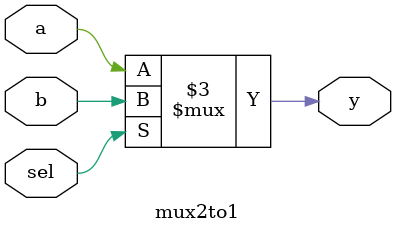
<source format=v>

module mux_4to1(
  input [3:0] a, b, c, d,
  input [1:0] sel,
  output reg [3:0] y
);

  wire [3:0] ab_sel, cd_sel;

  // First level of 2-to-1 MUXes
  mux2to1 mux_ab(.a(a[0]), .b(b[0]), .sel(sel[0]), .y(ab_sel[0]));
  mux2to1 mux_cd(.a(c[0]), .b(d[0]), .sel(sel[0]), .y(cd_sel[0]));
  mux2to1 mux_ab1(.a(a[1]), .b(b[1]), .sel(sel[0]), .y(ab_sel[1]));
  mux2to1 mux_cd1(.a(c[1]), .b(d[1]), .sel(sel[0]), .y(cd_sel[1]));
  mux2to1 mux_ab2(.a(a[2]), .b(b[2]), .sel(sel[0]), .y(ab_sel[2]));
  mux2to1 mux_cd2(.a(c[2]), .b(d[2]), .sel(sel[0]), .y(cd_sel[2]));
  mux2to1 mux_ab3(.a(a[3]), .b(b[3]), .sel(sel[0]), .y(ab_sel[3]));
  mux2to1 mux_cd3(.a(c[3]), .b(d[3]), .sel(sel[0]), .y(cd_sel[3]));

  // Second level of 2-to-1 MUX to select between the outputs of the first level
  always @(*) begin
    case (sel[1])
      1'b0: y = ab_sel;
      1'b1: y = cd_sel;
    endcase
  end

endmodule
module mux2to1(
  input a, b, sel,
  output reg y
);

  always @(*) begin
    y = (sel == 1'b0) ? a : b;
  end

endmodule
</source>
